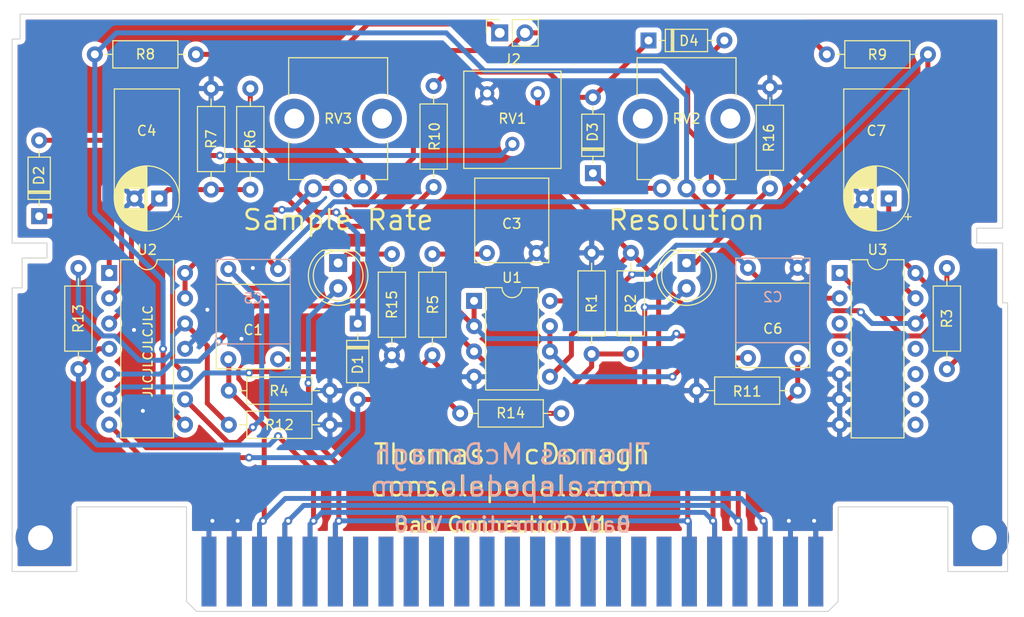
<source format=kicad_pcb>
(kicad_pcb (version 20171130) (host pcbnew "(5.1.7)-1")
  (layers (0 F.Cu signal) (31 B.Cu signal) (34 B.Paste user) (35 F.Paste user) (36 B.SilkS user) (37 F.SilkS user) (38 B.Mask user hide) (39 F.Mask user) (44 Edge.Cuts user))
  (net 0 "")
  (net 1 GND)
  (net 2 /LEDPower)
  (net 3 /Input)
  (net 4 +9V)
  (net 5 "Net-(D1-Pad1)")
  (net 6 "Net-(C4-Pad1)")
  (net 7 "Net-(D1-Pad2)")
  (net 8 "Net-(D3-Pad2)")
  (net 9 "Net-(D5-Pad1)")
  (net 10 "Net-(C1-Pad1)")
  (net 11 /pin2)
  (net 12 "Net-(C3-Pad2)")
  (net 13 /VREF)
  (net 14 "Net-(C5-Pad2)")
  (net 15 "Net-(C6-Pad2)")
  (net 16 /Output)
  (net 17 "Net-(D2-Pad1)")
  (net 18 "Net-(D3-Pad1)")
  (net 19 "Net-(D4-Pad2)")
  (net 20 "Net-(D6-Pad1)")
  (net 21 /M1)
  (net 22 /M2)
  (net 23 /pin1)
  (net 24 "Net-(R14-Pad1)")
  (net 25 /pin13)
  (net 26 "Net-(R12-Pad1)")
  (net 27 "Net-(RV1-Pad2)")
  (module Resistor_THT:R_Axial_DIN0207_L6.3mm_D2.5mm_P10.16mm_Horizontal (layer F.Cu) (at 120.65 104.267 90)
    (fp_text reference R15 (at 5.08 0 90) (layer F.SilkS))
    (fp_text value RLED)
    (pad 1 thru_hole circle (at 0 0 90) (size 1.6 1.6) (drill 0.8) (layers *.Cu *.Mask) (net 1 GND))
    (pad 2 thru_hole oval (at 10.16 0 90) (size 1.6 1.6) (drill 0.8) (layers *.Cu *.Mask) (net 9 "Net-(D5-Pad1)"))
  )
  (module LED_THT:LED_D5.0mm (layer F.Cu) (at 115.25 95 270)
    (fp_text reference D5 hide)
    (fp_text value LED)
    (pad 1 thru_hole rect (at 0 0 270) (size 1.8 1.8) (drill 0.9) (layers *.Cu *.Mask) (net 9 "Net-(D5-Pad1)"))
    (pad 2 thru_hole circle (at 2.54 0 270) (size 1.8 1.8) (drill 0.9) (layers *.Cu *.Mask) (net 2 /LEDPower))
  )
  (module LED_THT:LED_D5.0mm (layer F.Cu) (at 150.25 95 270)
    (fp_text reference D6 hide)
    (fp_text value LED)
    (pad 2 thru_hole circle (at 2.54 0 270) (size 1.8 1.8) (drill 0.9) (layers *.Cu *.Mask) (net 2 /LEDPower))
    (pad 1 thru_hole rect (at 0 0 270) (size 1.8 1.8) (drill 0.9) (layers *.Cu *.Mask) (net 20 "Net-(D6-Pad1)"))
  )
  (module MountingHole:MountingHole_2.5mm_Pad (layer F.Cu) (at 85.35 122.6)
    (fp_text reference H1 hide)
    (fp_text value MountingHole_Pad)
    (pad 1 thru_hole circle (at 0 0) (size 5 5) (drill 2.5) (layers *.Cu *.Mask) (net 1 GND))
  )
  (module MountingHole:MountingHole_2.5mm_Pad (layer F.Cu) (at 180.15 122.6)
    (fp_text reference H2 hide)
    (fp_text value MountingHole_Pad)
    (pad 1 thru_hole circle (at 0 0) (size 5 5) (drill 2.5) (layers *.Cu *.Mask) (net 1 GND))
  )
  (module libraries:N64-Connector-Wide (layer F.Cu) (at 132.75 126)
    (fp_text reference J1 hide)
    (fp_text value Conn_02x25_Counter_Clockwise)
    (pad 50 connect rect (at 30.48 0) (size 1.5 7) (layers B.Cu B.Mask) (net 1 GND))
    (pad 49 connect rect (at 27.94 0) (size 1.5 7) (layers B.Cu B.Mask) (net 1 GND))
    (pad 48 connect rect (at 25.4 0) (size 1.5 7) (layers B.Cu B.Mask) (net 3 /Input))
    (pad 47 connect rect (at 22.86 0) (size 1.5 7) (layers B.Cu B.Mask) (net 16 /Output))
    (pad 46 connect rect (at 20.32 0) (size 1.5 7) (layers B.Cu B.Mask) (net 4 +9V))
    (pad 45 connect rect (at 17.78 0) (size 1.5 7) (layers B.Cu B.Mask) (net 2 /LEDPower))
    (pad 44 connect rect (at 15.24 0) (size 1.5 7) (layers B.Cu B.Mask))
    (pad 43 connect rect (at 12.7 0) (size 1.5 7) (layers B.Cu B.Mask))
    (pad 42 connect rect (at 10.16 0) (size 1.5 7) (layers B.Cu B.Mask))
    (pad 41 connect rect (at 7.62 0) (size 1.5 7) (layers B.Cu B.Mask))
    (pad 40 connect rect (at 5.08 0) (size 1.5 7) (layers B.Cu B.Mask))
    (pad 39 connect rect (at 2.54 0) (size 1.5 7) (layers B.Cu B.Mask))
    (pad 38 connect rect (at 0 0) (size 1.5 7) (layers B.Cu B.Mask))
    (pad 37 connect rect (at -2.54 0) (size 1.5 7) (layers B.Cu B.Mask))
    (pad 36 connect rect (at -5.08 0) (size 1.5 7) (layers B.Cu B.Mask))
    (pad 35 connect rect (at -7.62 0) (size 1.5 7) (layers B.Cu B.Mask))
    (pad 34 connect rect (at -10.16 0) (size 1.5 7) (layers B.Cu B.Mask))
    (pad 33 connect rect (at -12.7 0) (size 1.5 7) (layers B.Cu B.Mask))
    (pad 32 connect rect (at -15.24 0) (size 1.5 7) (layers B.Cu B.Mask))
    (pad 31 connect rect (at -17.78 0) (size 1.5 7) (layers B.Cu B.Mask) (net 2 /LEDPower))
    (pad 30 connect rect (at -20.32 0) (size 1.5 7) (layers B.Cu B.Mask) (net 4 +9V))
    (pad 29 connect rect (at -22.86 0) (size 1.5 7) (layers B.Cu B.Mask) (net 16 /Output))
    (pad 28 connect rect (at -25.4 0) (size 1.5 7) (layers B.Cu B.Mask) (net 3 /Input))
    (pad 27 connect rect (at -27.94 0) (size 1.5 7) (layers B.Cu B.Mask) (net 1 GND))
    (pad 26 connect rect (at -30.48 0) (size 1.5 7) (layers B.Cu B.Mask) (net 1 GND))
    (pad 25 connect rect (at 30.48 0) (size 1.5 7) (layers F.Cu F.Mask) (net 1 GND))
    (pad 24 connect rect (at 27.94 0) (size 1.5 7) (layers F.Cu F.Mask) (net 1 GND))
    (pad 23 connect rect (at 25.4 0) (size 1.5 7) (layers F.Cu F.Mask) (net 3 /Input))
    (pad 22 connect rect (at 22.86 0) (size 1.5 7) (layers F.Cu F.Mask) (net 16 /Output))
    (pad 21 connect rect (at 20.32 0) (size 1.5 7) (layers F.Cu F.Mask) (net 4 +9V))
    (pad 20 connect rect (at 17.78 0) (size 1.5 7) (layers F.Cu F.Mask) (net 2 /LEDPower))
    (pad 19 connect rect (at 15.24 0) (size 1.5 7) (layers F.Cu F.Mask))
    (pad 18 connect rect (at 12.7 0) (size 1.5 7) (layers F.Cu F.Mask))
    (pad 17 connect rect (at 10.16 0) (size 1.5 7) (layers F.Cu F.Mask))
    (pad 16 connect rect (at 7.62 0) (size 1.5 7) (layers F.Cu F.Mask))
    (pad 15 connect rect (at 5.08 0) (size 1.5 7) (layers F.Cu F.Mask))
    (pad 14 connect rect (at 2.54 0) (size 1.5 7) (layers F.Cu F.Mask))
    (pad 13 connect rect (at 0 0) (size 1.5 7) (layers F.Cu F.Mask))
    (pad 12 connect rect (at -2.54 0) (size 1.5 7) (layers F.Cu F.Mask))
    (pad 11 connect rect (at -5.08 0) (size 1.5 7) (layers F.Cu F.Mask))
    (pad 10 connect rect (at -7.62 0) (size 1.5 7) (layers F.Cu F.Mask))
    (pad 9 connect rect (at -10.16 0) (size 1.5 7) (layers F.Cu F.Mask))
    (pad 8 connect rect (at -12.7 0) (size 1.5 7) (layers F.Cu F.Mask))
    (pad 7 connect rect (at -15.24 0) (size 1.5 7) (layers F.Cu F.Mask))
    (pad 6 connect rect (at -17.78 0) (size 1.5 7) (layers F.Cu F.Mask) (net 2 /LEDPower))
    (pad 5 connect rect (at -20.32 0) (size 1.5 7) (layers F.Cu F.Mask) (net 4 +9V))
    (pad 4 connect rect (at -22.86 0) (size 1.5 7) (layers F.Cu F.Mask) (net 16 /Output))
    (pad 3 connect rect (at -25.4 0) (size 1.5 7) (layers F.Cu F.Mask) (net 3 /Input))
    (pad 2 connect rect (at -27.94 0) (size 1.5 7) (layers F.Cu F.Mask) (net 1 GND))
    (pad 1 connect rect (at -30.48 0) (size 1.5 7) (layers F.Cu F.Mask) (net 1 GND))
  )
  (module Resistor_THT:R_Axial_DIN0207_L6.3mm_D2.5mm_P10.16mm_Horizontal (layer F.Cu) (at 158.623 87.503 90)
    (fp_text reference R16 (at 5.08 -0.100001 90) (layer F.SilkS))
    (fp_text value RLED)
    (pad 1 thru_hole circle (at 0 0 90) (size 1.6 1.6) (drill 0.8) (layers *.Cu *.Mask) (net 20 "Net-(D6-Pad1)"))
    (pad 2 thru_hole oval (at 10.16 0 90) (size 1.6 1.6) (drill 0.8) (layers *.Cu *.Mask) (net 1 GND))
  )
  (module libraries:C_Flat_L7.2_H6.5 (layer F.Cu) (at 109.22 104.267 180)
    (fp_text reference C1 (at 2.5 2.54) (layer F.SilkS))
    (fp_text value 100nF)
    (pad 1 thru_hole circle (at 0 -0.4 180) (size 1.6 1.6) (drill 0.8) (layers *.Cu *.Mask) (net 10 "Net-(C1-Pad1)"))
    (pad 2 thru_hole circle (at 5 -0.4 180) (size 1.6 1.6) (drill 0.8) (layers *.Cu *.Mask) (net 3 /Input))
  )
  (module libraries:C_Flat_L7.2_H6.5 (layer B.Cu) (at 161.417 95.885 180)
    (fp_text reference C2 (at 2.5 -2.54) (layer B.SilkS) (effects (justify mirror)))
    (fp_text value 47nF)
    (pad 1 thru_hole circle (at 0 0.4 180) (size 1.6 1.6) (drill 0.8) (layers *.Cu *.Mask) (net 1 GND))
    (pad 2 thru_hole circle (at 5 0.4 180) (size 1.6 1.6) (drill 0.8) (layers *.Cu *.Mask) (net 11 /pin2))
  )
  (module libraries:C_Flat_L7.2_H6.5 (layer F.Cu) (at 135.1915 93.599 180)
    (fp_text reference C3 (at 2.5 2.54) (layer F.SilkS))
    (fp_text value 100nF)
    (pad 2 thru_hole circle (at 5 -0.4 180) (size 1.6 1.6) (drill 0.8) (layers *.Cu *.Mask) (net 12 "Net-(C3-Pad2)"))
    (pad 1 thru_hole circle (at 0 -0.4 180) (size 1.6 1.6) (drill 0.8) (layers *.Cu *.Mask) (net 1 GND))
  )
  (module libraries:CP_Radial_D6.3mm_P2.50mm_L11.0mm (layer F.Cu) (at 97.282 88.519 180)
    (fp_text reference C4 (at 1.27 6.8) (layer F.SilkS))
    (fp_text value 10uF)
    (pad 1 thru_hole rect (at 0 0 180) (size 1.6 1.6) (drill 0.8) (layers *.Cu *.Mask) (net 6 "Net-(C4-Pad1)"))
    (pad 2 thru_hole circle (at 2.5 0 180) (size 1.6 1.6) (drill 0.8) (layers *.Cu *.Mask) (net 1 GND))
  )
  (module libraries:C_Flat_L7.2_H6.5 (layer B.Cu) (at 109.22 96.012 180)
    (fp_text reference C5 (at 2.5 -2.54) (layer B.SilkS) (effects (justify mirror)))
    (fp_text value 22nF)
    (pad 1 thru_hole circle (at 0 0.4 180) (size 1.6 1.6) (drill 0.8) (layers *.Cu *.Mask) (net 13 /VREF))
    (pad 2 thru_hole circle (at 5 0.4 180) (size 1.6 1.6) (drill 0.8) (layers *.Cu *.Mask) (net 14 "Net-(C5-Pad2)"))
  )
  (module libraries:C_Flat_L7.2_H6.5 (layer F.Cu) (at 161.417 104.14 180)
    (fp_text reference C6 (at 2.5 2.54) (layer F.SilkS))
    (fp_text value 100nF)
    (pad 2 thru_hole circle (at 5 -0.4 180) (size 1.6 1.6) (drill 0.8) (layers *.Cu *.Mask) (net 15 "Net-(C6-Pad2)"))
    (pad 1 thru_hole circle (at 0 -0.4 180) (size 1.6 1.6) (drill 0.8) (layers *.Cu *.Mask) (net 16 /Output))
  )
  (module libraries:CP_Radial_D6.3mm_P2.50mm_L11.0mm (layer F.Cu) (at 170.561 88.519 180)
    (fp_text reference C7 (at 1.25 6.8) (layer F.SilkS))
    (fp_text value 100uF)
    (pad 2 thru_hole circle (at 2.5 0 180) (size 1.6 1.6) (drill 0.8) (layers *.Cu *.Mask) (net 1 GND))
    (pad 1 thru_hole rect (at 0 0 180) (size 1.6 1.6) (drill 0.8) (layers *.Cu *.Mask) (net 4 +9V))
  )
  (module Diode_THT:D_DO-35_SOD27_P7.62mm_Horizontal (layer F.Cu) (at 117.221 101.092 270)
    (fp_text reference D1 (at 4.114999 0.009999 90) (layer F.SilkS))
    (fp_text value 1N4148)
    (pad 2 thru_hole oval (at 7.62 0 270) (size 1.6 1.6) (drill 0.8) (layers *.Cu *.Mask) (net 7 "Net-(D1-Pad2)"))
    (pad 1 thru_hole rect (at 0 0 270) (size 1.6 1.6) (drill 0.8) (layers *.Cu *.Mask) (net 5 "Net-(D1-Pad1)"))
  )
  (module Diode_THT:D_DO-35_SOD27_P7.62mm_Horizontal (layer F.Cu) (at 85.217 90.297 90)
    (fp_text reference D2 (at 4.079999 -0.025001 90) (layer F.SilkS))
    (fp_text value 1N4148)
    (pad 1 thru_hole rect (at 0 0 90) (size 1.6 1.6) (drill 0.8) (layers *.Cu *.Mask) (net 17 "Net-(D2-Pad1)"))
    (pad 2 thru_hole oval (at 7.62 0 90) (size 1.6 1.6) (drill 0.8) (layers *.Cu *.Mask) (net 14 "Net-(C5-Pad2)"))
  )
  (module Diode_THT:D_DO-35_SOD27_P7.62mm_Horizontal (layer F.Cu) (at 140.843 85.979 90)
    (fp_text reference D3 (at 4.126999 -0.031001 90) (layer F.SilkS))
    (fp_text value 1N4148)
    (pad 2 thru_hole oval (at 7.62 0 90) (size 1.6 1.6) (drill 0.8) (layers *.Cu *.Mask) (net 8 "Net-(D3-Pad2)"))
    (pad 1 thru_hole rect (at 0 0 90) (size 1.6 1.6) (drill 0.8) (layers *.Cu *.Mask) (net 18 "Net-(D3-Pad1)"))
  )
  (module Diode_THT:D_DO-35_SOD27_P7.62mm_Horizontal (layer F.Cu) (at 146.431 72.644)
    (fp_text reference D4 (at 4.054999 0.037999) (layer F.SilkS))
    (fp_text value 1N4148)
    (pad 1 thru_hole rect (at 0 0) (size 1.6 1.6) (drill 0.8) (layers *.Cu *.Mask) (net 8 "Net-(D3-Pad2)"))
    (pad 2 thru_hole oval (at 7.62 0) (size 1.6 1.6) (drill 0.8) (layers *.Cu *.Mask) (net 19 "Net-(D4-Pad2)"))
  )
  (module Connector_PinSocket_2.54mm:PinSocket_1x02_P2.54mm_Vertical (layer F.Cu) (at 131.48 71.882 90)
    (fp_text reference J2 (at -2.667 1.27 180) (layer F.SilkS))
    (fp_text value "Test Points")
    (pad 1 thru_hole rect (at 0 0 90) (size 1.7 1.7) (drill 1) (layers *.Cu *.Mask) (net 21 /M1))
    (pad 2 thru_hole oval (at 0 2.54 90) (size 1.7 1.7) (drill 1) (layers *.Cu *.Mask) (net 22 /M2))
  )
  (module Resistor_THT:R_Axial_DIN0207_L6.3mm_D2.5mm_P10.16mm_Horizontal (layer F.Cu) (at 140.716 104.14 90)
    (fp_text reference R1 (at 5.08 -0.000001 90) (layer F.SilkS))
    (fp_text value 2.2M)
    (pad 1 thru_hole circle (at 0 0 90) (size 1.6 1.6) (drill 0.8) (layers *.Cu *.Mask) (net 10 "Net-(C1-Pad1)"))
    (pad 2 thru_hole oval (at 10.16 0 90) (size 1.6 1.6) (drill 0.8) (layers *.Cu *.Mask) (net 1 GND))
  )
  (module Resistor_THT:R_Axial_DIN0207_L6.3mm_D2.5mm_P10.16mm_Horizontal (layer F.Cu) (at 144.653 93.98 270)
    (fp_text reference R2 (at 5.092999 0.013999 90) (layer F.SilkS))
    (fp_text value 2.2M)
    (pad 2 thru_hole oval (at 10.16 0 270) (size 1.6 1.6) (drill 0.8) (layers *.Cu *.Mask) (net 10 "Net-(C1-Pad1)"))
    (pad 1 thru_hole circle (at 0 0 270) (size 1.6 1.6) (drill 0.8) (layers *.Cu *.Mask) (net 4 +9V))
  )
  (module Resistor_THT:R_Axial_DIN0207_L6.3mm_D2.5mm_P10.16mm_Horizontal (layer F.Cu) (at 176.403 95.504 270)
    (fp_text reference R3 (at 5.08 -0.001001 90) (layer F.SilkS))
    (fp_text value 1M)
    (pad 2 thru_hole oval (at 10.16 0 270) (size 1.6 1.6) (drill 0.8) (layers *.Cu *.Mask) (net 13 /VREF))
    (pad 1 thru_hole circle (at 0 0 270) (size 1.6 1.6) (drill 0.8) (layers *.Cu *.Mask) (net 23 /pin1))
  )
  (module Resistor_THT:R_Axial_DIN0207_L6.3mm_D2.5mm_P10.16mm_Horizontal (layer F.Cu) (at 104.267 107.823)
    (fp_text reference R4 (at 5.045999 0.027999) (layer F.SilkS))
    (fp_text value 1M)
    (pad 2 thru_hole oval (at 10.16 0) (size 1.6 1.6) (drill 0.8) (layers *.Cu *.Mask) (net 1 GND))
    (pad 1 thru_hole circle (at 0 0) (size 1.6 1.6) (drill 0.8) (layers *.Cu *.Mask) (net 3 /Input))
  )
  (module Resistor_THT:R_Axial_DIN0207_L6.3mm_D2.5mm_P10.16mm_Horizontal (layer F.Cu) (at 124.714 104.267 90)
    (fp_text reference R5 (at 5.08 0.060999 90) (layer F.SilkS))
    (fp_text value 1K)
    (pad 1 thru_hole circle (at 0 0 90) (size 1.6 1.6) (drill 0.8) (layers *.Cu *.Mask) (net 24 "Net-(R14-Pad1)"))
    (pad 2 thru_hole oval (at 10.16 0 90) (size 1.6 1.6) (drill 0.8) (layers *.Cu *.Mask) (net 12 "Net-(C3-Pad2)"))
  )
  (module Resistor_THT:R_Axial_DIN0207_L6.3mm_D2.5mm_P10.16mm_Horizontal (layer F.Cu) (at 106.426 77.47 270)
    (fp_text reference R6 (at 5.08 0.012999 90) (layer F.SilkS))
    (fp_text value 100R)
    (pad 1 thru_hole circle (at 0 0 270) (size 1.6 1.6) (drill 0.8) (layers *.Cu *.Mask) (net 5 "Net-(D1-Pad1)"))
    (pad 2 thru_hole oval (at 10.16 0 270) (size 1.6 1.6) (drill 0.8) (layers *.Cu *.Mask) (net 6 "Net-(C4-Pad1)"))
  )
  (module Resistor_THT:R_Axial_DIN0207_L6.3mm_D2.5mm_P10.16mm_Horizontal (layer F.Cu) (at 102.489 87.63 90)
    (fp_text reference R7 (at 5.08 0.013999 90) (layer F.SilkS))
    (fp_text value 2.2K)
    (pad 1 thru_hole circle (at 0 0 90) (size 1.6 1.6) (drill 0.8) (layers *.Cu *.Mask) (net 6 "Net-(C4-Pad1)"))
    (pad 2 thru_hole oval (at 10.16 0 90) (size 1.6 1.6) (drill 0.8) (layers *.Cu *.Mask) (net 1 GND))
  )
  (module Resistor_THT:R_Axial_DIN0207_L6.3mm_D2.5mm_P10.16mm_Horizontal (layer F.Cu) (at 90.805 74.041)
    (fp_text reference R8 (at 5.08 -0.000001) (layer F.SilkS))
    (fp_text value 15K)
    (pad 1 thru_hole circle (at 0 0) (size 1.6 1.6) (drill 0.8) (layers *.Cu *.Mask) (net 25 /pin13))
    (pad 2 thru_hole oval (at 10.16 0) (size 1.6 1.6) (drill 0.8) (layers *.Cu *.Mask) (net 21 /M1))
  )
  (module Resistor_THT:R_Axial_DIN0207_L6.3mm_D2.5mm_P10.16mm_Horizontal (layer F.Cu) (at 164.338 74.041)
    (fp_text reference R9 (at 5.08 0.027999) (layer F.SilkS))
    (fp_text value 33K)
    (pad 2 thru_hole oval (at 10.16 0) (size 1.6 1.6) (drill 0.8) (layers *.Cu *.Mask) (net 13 /VREF))
    (pad 1 thru_hole circle (at 0 0) (size 1.6 1.6) (drill 0.8) (layers *.Cu *.Mask) (net 22 /M2))
  )
  (module Resistor_THT:R_Axial_DIN0207_L6.3mm_D2.5mm_P10.16mm_Horizontal (layer F.Cu) (at 124.841 77.216 270)
    (fp_text reference R10 (at 5.08 -0.100001 90) (layer F.SilkS))
    (fp_text value 4.7K)
    (pad 2 thru_hole oval (at 10.16 0 270) (size 1.6 1.6) (drill 0.8) (layers *.Cu *.Mask) (net 14 "Net-(C5-Pad2)"))
    (pad 1 thru_hole circle (at 0 0 270) (size 1.6 1.6) (drill 0.8) (layers *.Cu *.Mask) (net 8 "Net-(D3-Pad2)"))
  )
  (module Resistor_THT:R_Axial_DIN0207_L6.3mm_D2.5mm_P10.16mm_Horizontal (layer F.Cu) (at 161.417 107.823 180)
    (fp_text reference R11 (at 5.08 -0.085001) (layer F.SilkS))
    (fp_text value 100K)
    (pad 1 thru_hole circle (at 0 0 180) (size 1.6 1.6) (drill 0.8) (layers *.Cu *.Mask) (net 16 /Output))
    (pad 2 thru_hole oval (at 10.16 0 180) (size 1.6 1.6) (drill 0.8) (layers *.Cu *.Mask) (net 1 GND))
  )
  (module Resistor_THT:R_Axial_DIN0207_L6.3mm_D2.5mm_P10.16mm_Horizontal (layer F.Cu) (at 104.267 111.252)
    (fp_text reference R12 (at 5.08 0.013999) (layer F.SilkS))
    (fp_text value 470K)
    (pad 1 thru_hole circle (at 0 0) (size 1.6 1.6) (drill 0.8) (layers *.Cu *.Mask) (net 26 "Net-(R12-Pad1)"))
    (pad 2 thru_hole oval (at 10.16 0) (size 1.6 1.6) (drill 0.8) (layers *.Cu *.Mask) (net 1 GND))
  )
  (module Resistor_THT:R_Axial_DIN0207_L6.3mm_D2.5mm_P10.16mm_Horizontal (layer F.Cu) (at 89.154 105.664 90)
    (fp_text reference R13 (at 5.08 -0.001001 90) (layer F.SilkS))
    (fp_text value 470K)
    (pad 2 thru_hole oval (at 10.16 0 90) (size 1.6 1.6) (drill 0.8) (layers *.Cu *.Mask) (net 26 "Net-(R12-Pad1)"))
    (pad 1 thru_hole circle (at 0 0 90) (size 1.6 1.6) (drill 0.8) (layers *.Cu *.Mask) (net 4 +9V))
  )
  (module Resistor_THT:R_Axial_DIN0207_L6.3mm_D2.5mm_P10.16mm_Horizontal (layer F.Cu) (at 137.668 110.109 180)
    (fp_text reference R14 (at 5.08 0.027999) (layer F.SilkS))
    (fp_text value 470K)
    (pad 2 thru_hole oval (at 10.16 0 180) (size 1.6 1.6) (drill 0.8) (layers *.Cu *.Mask) (net 7 "Net-(D1-Pad2)"))
    (pad 1 thru_hole circle (at 0 0 180) (size 1.6 1.6) (drill 0.8) (layers *.Cu *.Mask) (net 24 "Net-(R14-Pad1)"))
  )
  (module Potentiometer_THT:Potentiometer_Bourns_3386F_Vertical (layer F.Cu) (at 130.215 77.96 270)
    (fp_text reference RV1 (at 2.54 -2.54 180) (layer F.SilkS))
    (fp_text value Trim)
    (pad 3 thru_hole circle (at 0 -5.08 270) (size 1.44 1.44) (drill 0.8) (layers *.Cu *.Mask) (net 4 +9V))
    (pad 2 thru_hole circle (at 5.08 -2.54 270) (size 1.44 1.44) (drill 0.8) (layers *.Cu *.Mask) (net 27 "Net-(RV1-Pad2)"))
    (pad 1 thru_hole circle (at 0 0 270) (size 1.44 1.44) (drill 0.8) (layers *.Cu *.Mask) (net 1 GND))
  )
  (module Potentiometer_THT:Potentiometer_Bourns_PTV09A-1_Single_Vertical (layer F.Cu) (at 152.75 87.5 90)
    (fp_text reference RV2 (at 7 -2.5 180) (layer F.SilkS))
    (fp_text value "50KB Res")
    (pad "" np_thru_hole circle (at 7 1.9 90) (size 4 4) (drill 2) (layers *.Cu *.Mask))
    (pad "" np_thru_hole circle (at 7 -6.9 90) (size 4 4) (drill 2) (layers *.Cu *.Mask))
    (pad 1 thru_hole circle (at 0 0 90) (size 1.8 1.8) (drill 1) (layers *.Cu *.Mask) (net 19 "Net-(D4-Pad2)"))
    (pad 2 thru_hole circle (at 0 -2.5 90) (size 1.8 1.8) (drill 1) (layers *.Cu *.Mask) (net 25 /pin13))
    (pad 3 thru_hole circle (at 0 -5 90) (size 1.8 1.8) (drill 1) (layers *.Cu *.Mask) (net 18 "Net-(D3-Pad1)"))
  )
  (module Potentiometer_THT:Potentiometer_Bourns_PTV09A-1_Single_Vertical (layer F.Cu) (at 117.75 87.5 90)
    (fp_text reference RV3 (at 7 -2.5 180) (layer F.SilkS))
    (fp_text value "1MB Sample Rate")
    (pad 3 thru_hole circle (at 0 -5 90) (size 1.8 1.8) (drill 1) (layers *.Cu *.Mask) (net 22 /M2))
    (pad 2 thru_hole circle (at 0 -2.5 90) (size 1.8 1.8) (drill 1) (layers *.Cu *.Mask) (net 22 /M2))
    (pad 1 thru_hole circle (at 0 0 90) (size 1.8 1.8) (drill 1) (layers *.Cu *.Mask) (net 21 /M1))
    (pad "" np_thru_hole circle (at 7 -6.9 90) (size 4 4) (drill 2) (layers *.Cu *.Mask))
    (pad "" np_thru_hole circle (at 7 1.9 90) (size 4 4) (drill 2) (layers *.Cu *.Mask))
  )
  (module Package_DIP:DIP-8_W7.62mm (layer F.Cu) (at 128.905 98.806)
    (fp_text reference U1 (at 3.81 -2.33) (layer F.SilkS))
    (fp_text value TL072)
    (pad 1 thru_hole rect (at 0 0) (size 1.6 1.6) (drill 0.8) (layers *.Cu *.Mask) (net 23 /pin1))
    (pad 5 thru_hole oval (at 7.62 7.62) (size 1.6 1.6) (drill 0.8) (layers *.Cu *.Mask) (net 11 /pin2))
    (pad 2 thru_hole oval (at 0 2.54) (size 1.6 1.6) (drill 0.8) (layers *.Cu *.Mask) (net 23 /pin1))
    (pad 6 thru_hole oval (at 7.62 5.08) (size 1.6 1.6) (drill 0.8) (layers *.Cu *.Mask) (net 15 "Net-(C6-Pad2)"))
    (pad 3 thru_hole oval (at 0 5.08) (size 1.6 1.6) (drill 0.8) (layers *.Cu *.Mask) (net 10 "Net-(C1-Pad1)"))
    (pad 7 thru_hole oval (at 7.62 2.54) (size 1.6 1.6) (drill 0.8) (layers *.Cu *.Mask) (net 15 "Net-(C6-Pad2)"))
    (pad 4 thru_hole oval (at 0 7.62) (size 1.6 1.6) (drill 0.8) (layers *.Cu *.Mask) (net 1 GND))
    (pad 8 thru_hole oval (at 7.62 0) (size 1.6 1.6) (drill 0.8) (layers *.Cu *.Mask) (net 4 +9V))
  )
  (module Package_DIP:DIP-14_W7.62mm (layer F.Cu) (at 92.25 96)
    (fp_text reference U2 (at 3.81 -2.33) (layer F.SilkS))
    (fp_text value TL074)
    (pad 1 thru_hole rect (at 0 0) (size 1.6 1.6) (drill 0.8) (layers *.Cu *.Mask) (net 17 "Net-(D2-Pad1)"))
    (pad 8 thru_hole oval (at 7.62 15.24) (size 1.6 1.6) (drill 0.8) (layers *.Cu *.Mask) (net 25 /pin13))
    (pad 2 thru_hole oval (at 0 2.54) (size 1.6 1.6) (drill 0.8) (layers *.Cu *.Mask) (net 27 "Net-(RV1-Pad2)"))
    (pad 9 thru_hole oval (at 7.62 12.7) (size 1.6 1.6) (drill 0.8) (layers *.Cu *.Mask) (net 14 "Net-(C5-Pad2)"))
    (pad 3 thru_hole oval (at 0 5.08) (size 1.6 1.6) (drill 0.8) (layers *.Cu *.Mask) (net 6 "Net-(C4-Pad1)"))
    (pad 10 thru_hole oval (at 7.62 10.16) (size 1.6 1.6) (drill 0.8) (layers *.Cu *.Mask) (net 22 /M2))
    (pad 4 thru_hole oval (at 0 7.62) (size 1.6 1.6) (drill 0.8) (layers *.Cu *.Mask) (net 4 +9V))
    (pad 11 thru_hole oval (at 7.62 7.62) (size 1.6 1.6) (drill 0.8) (layers *.Cu *.Mask) (net 1 GND))
    (pad 5 thru_hole oval (at 0 10.16) (size 1.6 1.6) (drill 0.8) (layers *.Cu *.Mask) (net 23 /pin1))
    (pad 12 thru_hole oval (at 7.62 5.08) (size 1.6 1.6) (drill 0.8) (layers *.Cu *.Mask) (net 26 "Net-(R12-Pad1)"))
    (pad 6 thru_hole oval (at 0 12.7) (size 1.6 1.6) (drill 0.8) (layers *.Cu *.Mask) (net 24 "Net-(R14-Pad1)"))
    (pad 13 thru_hole oval (at 7.62 2.54) (size 1.6 1.6) (drill 0.8) (layers *.Cu *.Mask) (net 13 /VREF))
    (pad 7 thru_hole oval (at 0 15.24) (size 1.6 1.6) (drill 0.8) (layers *.Cu *.Mask) (net 7 "Net-(D1-Pad2)"))
    (pad 14 thru_hole oval (at 7.62 0) (size 1.6 1.6) (drill 0.8) (layers *.Cu *.Mask) (net 13 /VREF))
  )
  (module Package_DIP:DIP-14_W7.62mm (layer F.Cu) (at 165.63 96)
    (fp_text reference U3 (at 3.81 -2.33) (layer F.SilkS))
    (fp_text value CD4066BE)
    (pad 14 thru_hole oval (at 7.62 0) (size 1.6 1.6) (drill 0.8) (layers *.Cu *.Mask) (net 4 +9V))
    (pad 7 thru_hole oval (at 0 15.24) (size 1.6 1.6) (drill 0.8) (layers *.Cu *.Mask) (net 1 GND))
    (pad 13 thru_hole oval (at 7.62 2.54) (size 1.6 1.6) (drill 0.8) (layers *.Cu *.Mask) (net 25 /pin13))
    (pad 6 thru_hole oval (at 0 12.7) (size 1.6 1.6) (drill 0.8) (layers *.Cu *.Mask) (net 1 GND))
    (pad 12 thru_hole oval (at 7.62 5.08) (size 1.6 1.6) (drill 0.8) (layers *.Cu *.Mask) (net 4 +9V))
    (pad 5 thru_hole oval (at 0 10.16) (size 1.6 1.6) (drill 0.8) (layers *.Cu *.Mask) (net 1 GND))
    (pad 11 thru_hole oval (at 7.62 7.62) (size 1.6 1.6) (drill 0.8) (layers *.Cu *.Mask))
    (pad 4 thru_hole oval (at 0 7.62) (size 1.6 1.6) (drill 0.8) (layers *.Cu *.Mask))
    (pad 10 thru_hole oval (at 7.62 10.16) (size 1.6 1.6) (drill 0.8) (layers *.Cu *.Mask))
    (pad 3 thru_hole oval (at 0 5.08) (size 1.6 1.6) (drill 0.8) (layers *.Cu *.Mask))
    (pad 9 thru_hole oval (at 7.62 12.7) (size 1.6 1.6) (drill 0.8) (layers *.Cu *.Mask))
    (pad 2 thru_hole oval (at 0 2.54) (size 1.6 1.6) (drill 0.8) (layers *.Cu *.Mask) (net 11 /pin2))
    (pad 8 thru_hole oval (at 7.62 15.24) (size 1.6 1.6) (drill 0.8) (layers *.Cu *.Mask))
    (pad 1 thru_hole rect (at 0 0) (size 1.6 1.6) (drill 0.8) (layers *.Cu *.Mask) (net 23 /pin1))
  )
  (gr_text Resolution (at 150.25 90.678) (layer F.SilkS) (effects (font (size 2 2) (thickness 0.25))))
  (gr_text "Sample Rate" (at 115.25 90.678) (layer F.SilkS) (effects (font (size 2 2) (thickness 0.25))))
  (gr_text JLCJLCJLCJLC (at 96.139 103.886 90) (layer F.SilkS) (effects (font (size 0.9 0.9))))
  (gr_line (start 182 70) (end 83.3 70) (layer Edge.Cuts) (width 0.1))
  (gr_line (start 182 70) (end 182 91.5) (layer Edge.Cuts) (width 0.1))
  (gr_line (start 182 91.5) (end 179.4 91.5) (layer Edge.Cuts) (width 0.1))
  (gr_line (start 179.4 93) (end 179.4 91.5) (layer Edge.Cuts) (width 0.1))
  (gr_line (start 182 93) (end 179.4 93) (layer Edge.Cuts) (width 0.1))
  (gr_line (start 83.3 72.5) (end 83.3 70) (layer Edge.Cuts) (width 0.1))
  (gr_line (start 82.5 72.5) (end 83.3 72.5) (layer Edge.Cuts) (width 0.1))
  (gr_line (start 82.5 93) (end 82.5 72.5) (layer Edge.Cuts) (width 0.1))
  (gr_line (start 86 93) (end 82.5 93) (layer Edge.Cuts) (width 0.1))
  (gr_text "Bad Connection V1.0" (at 132.75 121.285) (layer B.SilkS) (effects (font (size 1.5 1.5) (thickness 0.25)) (justify mirror)))
  (gr_text "Bad Connection V1.0" (at 132.75 121.285) (layer F.SilkS) (effects (font (size 1.5 1.5) (thickness 0.25))))
  (gr_text "Thomas McDonagh\nconsolepedals.com" (at 132.715 115.824) (layer B.SilkS) (effects (font (size 2 2) (thickness 0.25)) (justify mirror)))
  (gr_text "Thomas McDonagh\nconsolepedals.com" (at 132.715 115.824) (layer F.SilkS) (effects (font (size 2 2) (thickness 0.25))))
  (gr_line (start 182 93) (end 182 99) (layer Edge.Cuts) (width 0.1))
  (gr_line (start 182.5 99) (end 182 99) (layer Edge.Cuts) (width 0.1))
  (gr_line (start 182.5 126) (end 182.5 99) (layer Edge.Cuts) (width 0.1))
  (gr_line (start 182.5 126) (end 176.5 126) (layer Edge.Cuts) (width 0.1))
  (gr_line (start 176.5 119.5) (end 176.5 126) (layer Edge.Cuts) (width 0.1))
  (gr_line (start 176.5 119.5) (end 165.48 119.5) (layer Edge.Cuts) (width 0.1))
  (gr_line (start 165.48 129) (end 165.48 119.5) (layer Edge.Cuts) (width 0.1))
  (gr_line (start 165.48 129) (end 164.48 130) (layer Edge.Cuts) (width 0.1))
  (gr_line (start 86 94.5) (end 86 93) (layer Edge.Cuts) (width 0.1))
  (gr_line (start 83.5 94.5) (end 86 94.5) (layer Edge.Cuts) (width 0.1))
  (gr_line (start 83.5 97.5) (end 83.5 94.5) (layer Edge.Cuts) (width 0.1))
  (gr_line (start 82.5 97.5) (end 83.5 97.5) (layer Edge.Cuts) (width 0.1))
  (gr_line (start 82.5 126) (end 82.5 97.5) (layer Edge.Cuts) (width 0.1))
  (gr_line (start 89 126) (end 82.5 126) (layer Edge.Cuts) (width 0.1))
  (gr_line (start 89 119.5) (end 89 126) (layer Edge.Cuts) (width 0.1))
  (gr_line (start 100.02 119.5) (end 89 119.5) (layer Edge.Cuts) (width 0.1))
  (gr_line (start 100.02 129) (end 100.02 119.5) (layer Edge.Cuts) (width 0.1))
  (gr_line (start 100.02 129) (end 101.02 130) (layer Edge.Cuts) (width 0.1))
  (gr_line (start 164.48 130) (end 101.02 130) (layer Edge.Cuts) (width 0.1))
  (via (at 102.616 120.904) (size 0.8) (drill 0.4) (layers F.Cu B.Cu) (net 1))
  (segment (start 102.27 121.25) (end 102.616 120.904) (width 0.5) (layer B.Cu) (net 1))
  (segment (start 102.27 126) (end 102.27 121.25) (width 0.5) (layer B.Cu) (net 1))
  (via (at 105.156 120.904) (size 0.8) (drill 0.4) (layers F.Cu B.Cu) (net 1))
  (segment (start 104.81 121.25) (end 105.156 120.904) (width 0.5) (layer B.Cu) (net 1))
  (segment (start 104.81 126) (end 104.81 121.25) (width 0.5) (layer B.Cu) (net 1))
  (via (at 160.528 120.904) (size 0.8) (drill 0.4) (layers F.Cu B.Cu) (net 1))
  (segment (start 160.69 121.066) (end 160.528 120.904) (width 0.5) (layer B.Cu) (net 1))
  (segment (start 160.69 126) (end 160.69 121.066) (width 0.5) (layer B.Cu) (net 1))
  (via (at 163.068 120.904) (size 0.8) (drill 0.4) (layers F.Cu B.Cu) (net 1))
  (segment (start 163.23 121.066) (end 163.068 120.904) (width 0.5) (layer B.Cu) (net 1))
  (segment (start 163.23 126) (end 163.23 121.066) (width 0.5) (layer B.Cu) (net 1))
  (segment (start 102.27 121.25) (end 102.616 120.904) (width 0.5) (layer F.Cu) (net 1))
  (segment (start 102.27 126) (end 102.27 121.25) (width 0.5) (layer F.Cu) (net 1))
  (segment (start 104.81 121.25) (end 105.156 120.904) (width 0.5) (layer F.Cu) (net 1))
  (segment (start 104.81 126) (end 104.81 121.25) (width 0.5) (layer F.Cu) (net 1))
  (segment (start 160.69 121.066) (end 160.528 120.904) (width 0.5) (layer F.Cu) (net 1))
  (segment (start 160.69 126) (end 160.69 121.066) (width 0.5) (layer F.Cu) (net 1))
  (segment (start 163.23 121.066) (end 163.068 120.904) (width 0.5) (layer F.Cu) (net 1))
  (segment (start 163.23 126) (end 163.23 121.066) (width 0.5) (layer F.Cu) (net 1))
  (via (at 102.108 99.695) (size 0.8) (drill 0.4) (layers F.Cu B.Cu) (net 1))
  (via (at 105.537 102.616) (size 0.8) (drill 0.4) (layers F.Cu B.Cu) (net 1))
  (via (at 94.742 101.727) (size 0.8) (drill 0.4) (layers F.Cu B.Cu) (net 1))
  (via (at 95.631 109.855) (size 0.8) (drill 0.4) (layers F.Cu B.Cu) (net 1))
  (via (at 106.68 95.504) (size 0.8) (drill 0.4) (layers F.Cu B.Cu) (net 1))
  (segment (start 102.108 101.382) (end 102.108 99.695) (width 0.5) (layer B.Cu) (net 1))
  (segment (start 99.87 103.62) (end 102.108 101.382) (width 0.5) (layer B.Cu) (net 1))
  (via (at 115.316 120.904) (size 0.8) (drill 0.4) (layers F.Cu B.Cu) (net 2))
  (segment (start 114.97 121.25) (end 115.316 120.904) (width 0.5) (layer B.Cu) (net 2))
  (segment (start 114.97 126) (end 114.97 121.25) (width 0.5) (layer B.Cu) (net 2))
  (segment (start 150.53 121.066) (end 150.368 120.904) (width 0.5) (layer F.Cu) (net 2))
  (via (at 150.368 120.904) (size 0.8) (drill 0.4) (layers F.Cu B.Cu) (net 2))
  (segment (start 150.53 126) (end 150.53 121.066) (width 0.5) (layer F.Cu) (net 2))
  (segment (start 114.97 121.25) (end 115.316 120.904) (width 0.5) (layer F.Cu) (net 2))
  (segment (start 114.97 126) (end 114.97 121.25) (width 0.5) (layer F.Cu) (net 2))
  (segment (start 150.53 121.066) (end 150.368 120.904) (width 0.5) (layer B.Cu) (net 2))
  (segment (start 150.53 126) (end 150.53 121.066) (width 0.5) (layer B.Cu) (net 2))
  (segment (start 115.316 120.904) (end 150.368 120.904) (width 0.5) (layer B.Cu) (net 2))
  (segment (start 115.316 120.904) (end 115.316 115.316) (width 0.5) (layer F.Cu) (net 2))
  (via (at 112.268 107.061) (size 0.8) (drill 0.4) (layers F.Cu B.Cu) (net 2))
  (segment (start 112.268 112.268) (end 112.268 107.061) (width 0.5) (layer F.Cu) (net 2))
  (segment (start 115.316 115.316) (end 112.268 112.268) (width 0.5) (layer F.Cu) (net 2))
  (segment (start 112.268 100.522) (end 115.25 97.54) (width 0.5) (layer B.Cu) (net 2))
  (segment (start 112.268 107.061) (end 112.268 100.522) (width 0.5) (layer B.Cu) (net 2))
  (segment (start 150.368 120.904) (end 150.368 115.316) (width 0.5) (layer F.Cu) (net 2))
  (via (at 146.05 99.441) (size 0.8) (drill 0.4) (layers F.Cu B.Cu) (net 2))
  (segment (start 146.05 110.998) (end 146.05 99.441) (width 0.5) (layer F.Cu) (net 2))
  (segment (start 150.368 115.316) (end 146.05 110.998) (width 0.5) (layer F.Cu) (net 2))
  (segment (start 148.349 99.441) (end 150.25 97.54) (width 0.5) (layer B.Cu) (net 2))
  (segment (start 146.05 99.441) (end 148.349 99.441) (width 0.5) (layer B.Cu) (net 2))
  (via (at 107.696 120.904) (size 0.8) (drill 0.4) (layers F.Cu B.Cu) (net 3))
  (segment (start 107.35 121.25) (end 107.696 120.904) (width 0.5) (layer B.Cu) (net 3))
  (segment (start 107.35 126) (end 107.35 121.25) (width 0.5) (layer B.Cu) (net 3))
  (segment (start 107.35 121.25) (end 107.696 120.904) (width 0.5) (layer F.Cu) (net 3))
  (segment (start 107.35 126) (end 107.35 121.25) (width 0.5) (layer F.Cu) (net 3))
  (via (at 157.988 120.904) (size 0.8) (drill 0.4) (layers F.Cu B.Cu) (net 3))
  (segment (start 158.15 121.066) (end 157.988 120.904) (width 0.5) (layer B.Cu) (net 3))
  (segment (start 158.15 126) (end 158.15 121.066) (width 0.5) (layer B.Cu) (net 3))
  (segment (start 158.15 121.066) (end 157.988 120.904) (width 0.5) (layer F.Cu) (net 3))
  (segment (start 158.15 126) (end 158.15 121.066) (width 0.5) (layer F.Cu) (net 3))
  (segment (start 155.737979 118.653979) (end 157.988 120.904) (width 0.5) (layer B.Cu) (net 3))
  (segment (start 109.946021 118.653979) (end 155.737979 118.653979) (width 0.5) (layer B.Cu) (net 3))
  (segment (start 107.696 120.904) (end 109.946021 118.653979) (width 0.5) (layer B.Cu) (net 3))
  (via (at 110.236 120.904) (size 0.8) (drill 0.4) (layers F.Cu B.Cu) (net 16))
  (segment (start 153.897989 119.353989) (end 155.448 120.904) (width 0.5) (layer B.Cu) (net 16))
  (segment (start 111.786011 119.353989) (end 153.897989 119.353989) (width 0.5) (layer B.Cu) (net 16))
  (segment (start 110.236 120.904) (end 111.786011 119.353989) (width 0.5) (layer B.Cu) (net 16))
  (segment (start 104.267 104.714) (end 104.22 104.667) (width 0.5) (layer F.Cu) (net 3))
  (segment (start 104.267 107.823) (end 104.267 104.714) (width 0.5) (layer F.Cu) (net 3))
  (segment (start 104.267 107.823) (end 107.823 111.379) (width 0.5) (layer F.Cu) (net 3))
  (segment (start 107.823 120.777) (end 107.696 120.904) (width 0.5) (layer F.Cu) (net 3))
  (segment (start 107.823 111.379) (end 107.823 120.777) (width 0.5) (layer F.Cu) (net 3))
  (via (at 112.776 120.904) (size 0.8) (drill 0.4) (layers F.Cu B.Cu) (net 4))
  (segment (start 112.43 121.25) (end 112.776 120.904) (width 0.5) (layer B.Cu) (net 4))
  (segment (start 112.43 126) (end 112.43 121.25) (width 0.5) (layer B.Cu) (net 4))
  (segment (start 153.07 121.066) (end 152.908 120.904) (width 0.5) (layer B.Cu) (net 4))
  (via (at 152.908 120.904) (size 0.8) (drill 0.4) (layers F.Cu B.Cu) (net 4))
  (segment (start 153.07 126) (end 153.07 121.066) (width 0.5) (layer B.Cu) (net 4))
  (segment (start 112.43 121.25) (end 112.776 120.904) (width 0.5) (layer F.Cu) (net 4))
  (segment (start 112.43 126) (end 112.43 121.25) (width 0.5) (layer F.Cu) (net 4))
  (segment (start 153.07 121.066) (end 152.908 120.904) (width 0.5) (layer F.Cu) (net 4))
  (segment (start 153.07 126) (end 153.07 121.066) (width 0.5) (layer F.Cu) (net 4))
  (segment (start 152.057999 120.053999) (end 152.908 120.904) (width 0.5) (layer B.Cu) (net 4))
  (segment (start 113.626001 120.053999) (end 152.057999 120.053999) (width 0.5) (layer B.Cu) (net 4))
  (segment (start 112.776 120.904) (end 113.626001 120.053999) (width 0.5) (layer B.Cu) (net 4))
  (segment (start 91.198 103.62) (end 89.154 105.664) (width 0.5) (layer F.Cu) (net 4))
  (segment (start 92.25 103.62) (end 91.198 103.62) (width 0.5) (layer F.Cu) (net 4))
  (segment (start 170.561 93.311) (end 173.25 96) (width 0.5) (layer F.Cu) (net 4))
  (segment (start 170.561 88.519) (end 170.561 93.311) (width 0.5) (layer F.Cu) (net 4))
  (segment (start 173.25 101.08) (end 175.133 99.197) (width 0.5) (layer F.Cu) (net 4))
  (segment (start 175.133 97.883) (end 173.25 96) (width 0.5) (layer F.Cu) (net 4))
  (segment (start 175.133 99.197) (end 175.133 97.883) (width 0.5) (layer F.Cu) (net 4))
  (segment (start 139.827 98.806) (end 144.653 93.98) (width 0.5) (layer F.Cu) (net 4))
  (segment (start 136.525 98.806) (end 139.827 98.806) (width 0.5) (layer F.Cu) (net 4))
  (segment (start 152.908 120.904) (end 152.908 115.316) (width 0.5) (layer F.Cu) (net 4))
  (segment (start 152.908 115.316) (end 147.447 109.855) (width 0.5) (layer F.Cu) (net 4))
  (segment (start 147.447 96.774) (end 144.653 93.98) (width 0.5) (layer F.Cu) (net 4))
  (segment (start 147.447 109.855) (end 147.447 96.774) (width 0.5) (layer F.Cu) (net 4))
  (segment (start 135.295 84.622) (end 135.295 77.96) (width 0.5) (layer F.Cu) (net 4))
  (segment (start 144.653 93.98) (end 135.295 84.622) (width 0.5) (layer F.Cu) (net 4))
  (via (at 109.22 112.395) (size 0.8) (drill 0.4) (layers F.Cu B.Cu) (net 4))
  (segment (start 112.776 115.951) (end 109.22 112.395) (width 0.5) (layer F.Cu) (net 4))
  (segment (start 112.776 120.904) (end 112.776 115.951) (width 0.5) (layer F.Cu) (net 4))
  (segment (start 109.22 112.395) (end 108.331 113.284) (width 0.5) (layer B.Cu) (net 4))
  (segment (start 108.331 113.284) (end 91.059 113.284) (width 0.5) (layer B.Cu) (net 4))
  (segment (start 89.154 111.379) (end 89.154 105.664) (width 0.5) (layer B.Cu) (net 4))
  (segment (start 91.059 113.284) (end 89.154 111.379) (width 0.5) (layer B.Cu) (net 4))
  (via (at 167.767 99.949) (size 0.8) (drill 0.4) (layers F.Cu B.Cu) (net 4))
  (segment (start 167.608001 99.790001) (end 167.767 99.949) (width 0.5) (layer F.Cu) (net 4))
  (segment (start 150.463001 99.790001) (end 167.608001 99.790001) (width 0.5) (layer F.Cu) (net 4))
  (segment (start 147.447 96.774) (end 150.463001 99.790001) (width 0.5) (layer F.Cu) (net 4))
  (segment (start 168.898 101.08) (end 173.25 101.08) (width 0.5) (layer B.Cu) (net 4))
  (segment (start 167.767 99.949) (end 168.898 101.08) (width 0.5) (layer B.Cu) (net 4))
  (via (at 115.062 89.916) (size 0.8) (drill 0.4) (layers F.Cu B.Cu) (net 5))
  (segment (start 113.167998 89.916) (end 115.062 89.916) (width 0.5) (layer F.Cu) (net 5))
  (segment (start 106.426 83.174002) (end 113.167998 89.916) (width 0.5) (layer F.Cu) (net 5))
  (segment (start 106.426 77.47) (end 106.426 83.174002) (width 0.5) (layer F.Cu) (net 5))
  (segment (start 115.062 89.916) (end 117.221 92.075) (width 0.5) (layer B.Cu) (net 5))
  (segment (start 117.221 92.075) (end 117.221 101.092) (width 0.5) (layer B.Cu) (net 5))
  (segment (start 102.489 87.63) (end 106.426 87.63) (width 0.5) (layer F.Cu) (net 6))
  (segment (start 98.171 87.63) (end 97.282 88.519) (width 0.5) (layer F.Cu) (net 6))
  (segment (start 102.489 87.63) (end 98.171 87.63) (width 0.5) (layer F.Cu) (net 6))
  (segment (start 92.25 101.08) (end 94.488 98.842) (width 0.5) (layer F.Cu) (net 6))
  (segment (start 94.488 91.313) (end 97.282 88.519) (width 0.5) (layer F.Cu) (net 6))
  (segment (start 94.488 98.842) (end 94.488 91.313) (width 0.5) (layer F.Cu) (net 6))
  (segment (start 126.111 108.712) (end 127.508 110.109) (width 0.5) (layer F.Cu) (net 7))
  (segment (start 117.221 108.712) (end 126.111 108.712) (width 0.5) (layer F.Cu) (net 7))
  (via (at 106.299 114.554) (size 0.8) (drill 0.4) (layers F.Cu B.Cu) (net 7))
  (segment (start 95.564 114.554) (end 106.299 114.554) (width 0.5) (layer F.Cu) (net 7))
  (segment (start 92.25 111.24) (end 95.564 114.554) (width 0.5) (layer F.Cu) (net 7))
  (segment (start 106.299 114.554) (end 114.554 114.554) (width 0.5) (layer B.Cu) (net 7))
  (segment (start 117.221 111.887) (end 117.221 108.712) (width 0.5) (layer B.Cu) (net 7))
  (segment (start 114.554 114.554) (end 117.221 111.887) (width 0.5) (layer B.Cu) (net 7))
  (segment (start 146.431 72.771) (end 146.431 72.644) (width 0.5) (layer F.Cu) (net 8))
  (segment (start 140.843 78.359) (end 146.431 72.771) (width 0.5) (layer F.Cu) (net 8))
  (segment (start 140.843 78.359) (end 138.938 78.359) (width 0.5) (layer F.Cu) (net 8))
  (segment (start 138.938 78.359) (end 136.398 75.819) (width 0.5) (layer F.Cu) (net 8))
  (segment (start 126.238 75.819) (end 124.841 77.216) (width 0.5) (layer F.Cu) (net 8))
  (segment (start 136.398 75.819) (end 126.238 75.819) (width 0.5) (layer F.Cu) (net 8))
  (segment (start 116.143 94.107) (end 115.25 95) (width 0.5) (layer F.Cu) (net 9))
  (segment (start 120.65 94.107) (end 116.143 94.107) (width 0.5) (layer F.Cu) (net 9))
  (segment (start 128.905 103.886) (end 133.223 108.204) (width 0.5) (layer F.Cu) (net 10))
  (segment (start 133.223 108.204) (end 137.922 108.204) (width 0.5) (layer F.Cu) (net 10))
  (segment (start 140.716 105.41) (end 140.716 104.14) (width 0.5) (layer F.Cu) (net 10))
  (segment (start 137.922 108.204) (end 140.716 105.41) (width 0.5) (layer F.Cu) (net 10))
  (segment (start 140.716 104.14) (end 144.653 104.14) (width 0.5) (layer F.Cu) (net 10))
  (segment (start 109.22 104.667) (end 116.948 104.667) (width 0.5) (layer F.Cu) (net 10))
  (segment (start 116.948 104.667) (end 119.761 101.854) (width 0.5) (layer F.Cu) (net 10))
  (segment (start 126.873 101.854) (end 128.905 103.886) (width 0.5) (layer F.Cu) (net 10))
  (segment (start 119.761 101.854) (end 126.873 101.854) (width 0.5) (layer F.Cu) (net 10))
  (segment (start 159.472 98.54) (end 156.417 95.485) (width 0.5) (layer F.Cu) (net 11))
  (segment (start 165.63 98.54) (end 159.472 98.54) (width 0.5) (layer F.Cu) (net 11))
  (segment (start 136.525 106.426) (end 138.684 104.267) (width 0.5) (layer F.Cu) (net 11))
  (via (at 144.78 96.139) (size 0.8) (drill 0.4) (layers F.Cu B.Cu) (net 11))
  (segment (start 138.684 102.235) (end 144.78 96.139) (width 0.5) (layer F.Cu) (net 11))
  (segment (start 138.684 104.267) (end 138.684 102.235) (width 0.5) (layer F.Cu) (net 11))
  (segment (start 144.78 96.139) (end 146.304 96.139) (width 0.5) (layer B.Cu) (net 11))
  (segment (start 146.304 96.139) (end 149.225 93.218) (width 0.5) (layer B.Cu) (net 11))
  (segment (start 154.15 93.218) (end 156.417 95.485) (width 0.5) (layer B.Cu) (net 11))
  (segment (start 149.225 93.218) (end 154.15 93.218) (width 0.5) (layer B.Cu) (net 11))
  (segment (start 130.0835 94.107) (end 130.1915 93.999) (width 0.5) (layer F.Cu) (net 12))
  (segment (start 124.714 94.107) (end 130.0835 94.107) (width 0.5) (layer F.Cu) (net 12))
  (segment (start 174.498 74.041) (end 174.498 90.424) (width 0.5) (layer F.Cu) (net 13))
  (segment (start 174.498 90.424) (end 178.435 94.361) (width 0.5) (layer F.Cu) (net 13))
  (segment (start 178.435 103.632) (end 176.403 105.664) (width 0.5) (layer F.Cu) (net 13))
  (segment (start 178.435 94.361) (end 178.435 103.632) (width 0.5) (layer F.Cu) (net 13))
  (segment (start 99.87 98.54) (end 99.87 96) (width 0.5) (layer F.Cu) (net 13))
  (segment (start 99.87 96) (end 102.779 93.091) (width 0.5) (layer F.Cu) (net 13))
  (segment (start 106.699 93.091) (end 109.22 95.612) (width 0.5) (layer F.Cu) (net 13))
  (segment (start 102.779 93.091) (end 106.699 93.091) (width 0.5) (layer F.Cu) (net 13))
  (segment (start 159.688999 88.850001) (end 174.498 74.041) (width 0.5) (layer B.Cu) (net 13))
  (segment (start 114.850629 88.850001) (end 159.688999 88.850001) (width 0.5) (layer B.Cu) (net 13))
  (segment (start 109.22 94.48063) (end 114.850629 88.850001) (width 0.5) (layer B.Cu) (net 13))
  (segment (start 109.22 95.612) (end 109.22 94.48063) (width 0.5) (layer B.Cu) (net 13))
  (segment (start 104.22 95.612) (end 106.144 97.536) (width 0.5) (layer F.Cu) (net 14))
  (segment (start 106.144 97.536) (end 109.601 97.536) (width 0.5) (layer F.Cu) (net 14))
  (segment (start 109.601 97.536) (end 115.824 91.313) (width 0.5) (layer F.Cu) (net 14))
  (segment (start 120.904 91.313) (end 124.841 87.376) (width 0.5) (layer F.Cu) (net 14))
  (segment (start 85.217 82.677) (end 104.267 82.677) (width 0.5) (layer F.Cu) (net 14))
  (segment (start 112.903 91.313) (end 116.459 91.313) (width 0.5) (layer F.Cu) (net 14))
  (segment (start 104.267 82.677) (end 112.903 91.313) (width 0.5) (layer F.Cu) (net 14))
  (segment (start 116.459 91.313) (end 120.904 91.313) (width 0.5) (layer F.Cu) (net 14))
  (segment (start 115.824 91.313) (end 116.459 91.313) (width 0.5) (layer F.Cu) (net 14))
  (segment (start 99.87 108.7) (end 104.2 113.03) (width 0.5) (layer F.Cu) (net 14))
  (via (at 106.68 111.506) (size 0.8) (drill 0.4) (layers F.Cu B.Cu) (net 14))
  (segment (start 105.156 113.03) (end 106.68 111.506) (width 0.5) (layer F.Cu) (net 14))
  (segment (start 104.2 113.03) (end 105.156 113.03) (width 0.5) (layer F.Cu) (net 14))
  (segment (start 106.68 111.506) (end 107.569 110.617) (width 0.5) (layer B.Cu) (net 14))
  (segment (start 107.569 98.961) (end 104.22 95.612) (width 0.5) (layer B.Cu) (net 14))
  (segment (start 107.569 110.617) (end 107.569 98.961) (width 0.5) (layer B.Cu) (net 14))
  (segment (start 136.525 103.886) (end 136.525 101.346) (width 0.5) (layer F.Cu) (net 15))
  (via (at 148.844 106.426) (size 0.8) (drill 0.4) (layers F.Cu B.Cu) (net 15))
  (segment (start 150.73 104.54) (end 148.844 106.426) (width 0.5) (layer F.Cu) (net 15))
  (segment (start 156.417 104.54) (end 150.73 104.54) (width 0.5) (layer F.Cu) (net 15))
  (segment (start 139.065 106.426) (end 136.525 103.886) (width 0.5) (layer B.Cu) (net 15))
  (segment (start 148.844 106.426) (end 139.065 106.426) (width 0.5) (layer B.Cu) (net 15))
  (segment (start 161.417 107.823) (end 161.417 104.54) (width 0.5) (layer F.Cu) (net 16))
  (segment (start 109.89 121.25) (end 110.236 120.904) (width 0.5) (layer B.Cu) (net 16))
  (segment (start 109.89 126) (end 109.89 121.25) (width 0.5) (layer B.Cu) (net 16))
  (via (at 155.448 120.904) (size 0.8) (drill 0.4) (layers F.Cu B.Cu) (net 16))
  (segment (start 155.61 121.066) (end 155.448 120.904) (width 0.5) (layer B.Cu) (net 16))
  (segment (start 155.61 126) (end 155.61 121.066) (width 0.5) (layer B.Cu) (net 16))
  (segment (start 155.61 121.066) (end 155.448 120.904) (width 0.5) (layer F.Cu) (net 16))
  (segment (start 155.61 126) (end 155.61 121.066) (width 0.5) (layer F.Cu) (net 16))
  (segment (start 155.448 113.792) (end 161.417 107.823) (width 0.5) (layer F.Cu) (net 16))
  (segment (start 155.448 120.904) (end 155.448 113.792) (width 0.5) (layer F.Cu) (net 16))
  (segment (start 109.89 121.25) (end 110.236 120.904) (width 0.5) (layer F.Cu) (net 16))
  (segment (start 109.89 126) (end 109.89 121.25) (width 0.5) (layer F.Cu) (net 16))
  (segment (start 92.25 96) (end 92.25 93.647) (width 0.5) (layer F.Cu) (net 17))
  (segment (start 88.9 90.297) (end 85.217 90.297) (width 0.5) (layer F.Cu) (net 17))
  (segment (start 92.25 93.647) (end 88.9 90.297) (width 0.5) (layer F.Cu) (net 17))
  (segment (start 142.364 87.5) (end 140.843 85.979) (width 0.5) (layer F.Cu) (net 18))
  (segment (start 147.75 87.5) (end 142.364 87.5) (width 0.5) (layer F.Cu) (net 18))
  (segment (start 152.75 87.5) (end 152.75 83.916) (width 0.5) (layer F.Cu) (net 19))
  (segment (start 152.75 83.916) (end 150.368 81.534) (width 0.5) (layer F.Cu) (net 19))
  (segment (start 150.368 76.327) (end 154.051 72.644) (width 0.5) (layer F.Cu) (net 19))
  (segment (start 150.368 81.534) (end 150.368 76.327) (width 0.5) (layer F.Cu) (net 19))
  (segment (start 151.126 95) (end 158.623 87.503) (width 0.5) (layer F.Cu) (net 20))
  (segment (start 150.25 95) (end 151.126 95) (width 0.5) (layer F.Cu) (net 20))
  (segment (start 117.75 87.5) (end 117.75 85.238) (width 0.5) (layer F.Cu) (net 21))
  (segment (start 117.75 85.238) (end 115.189 82.677) (width 0.5) (layer F.Cu) (net 21))
  (segment (start 115.189 82.677) (end 115.189 74.041) (width 0.5) (layer F.Cu) (net 21))
  (segment (start 118.237 70.993) (end 130.591 70.993) (width 0.5) (layer F.Cu) (net 21))
  (segment (start 115.189 74.041) (end 118.237 70.993) (width 0.5) (layer F.Cu) (net 21))
  (segment (start 130.591 70.993) (end 131.48 71.882) (width 0.5) (layer F.Cu) (net 21))
  (segment (start 100.965 74.041) (end 115.189 74.041) (width 0.5) (layer F.Cu) (net 21))
  (segment (start 134.02 71.882) (end 137.16 71.882) (width 0.5) (layer F.Cu) (net 22))
  (segment (start 137.16 71.882) (end 138.176 70.866) (width 0.5) (layer F.Cu) (net 22))
  (segment (start 161.163 70.866) (end 164.338 74.041) (width 0.5) (layer F.Cu) (net 22))
  (segment (start 138.176 70.866) (end 161.163 70.866) (width 0.5) (layer F.Cu) (net 22))
  (segment (start 115.25 87.5) (end 112.75 87.5) (width 0.5) (layer F.Cu) (net 22))
  (segment (start 115.25 87.5) (end 116.904 89.154) (width 0.5) (layer F.Cu) (net 22))
  (segment (start 118.094002 89.154) (end 122.809 84.439002) (width 0.5) (layer F.Cu) (net 22))
  (segment (start 116.904 89.154) (end 118.094002 89.154) (width 0.5) (layer F.Cu) (net 22))
  (segment (start 122.809 84.439002) (end 122.809 74.422) (width 0.5) (layer F.Cu) (net 22))
  (segment (start 122.809 74.422) (end 123.571 73.66) (width 0.5) (layer F.Cu) (net 22))
  (segment (start 132.242 73.66) (end 134.02 71.882) (width 0.5) (layer F.Cu) (net 22))
  (segment (start 123.571 73.66) (end 132.242 73.66) (width 0.5) (layer F.Cu) (net 22))
  (segment (start 98.619999 104.909999) (end 98.619999 94.420001) (width 0.5) (layer F.Cu) (net 22))
  (segment (start 99.87 106.16) (end 98.619999 104.909999) (width 0.5) (layer F.Cu) (net 22))
  (via (at 109.601 89.662) (size 0.8) (drill 0.4) (layers F.Cu B.Cu) (net 22))
  (segment (start 103.378 89.662) (end 109.601 89.662) (width 0.5) (layer F.Cu) (net 22))
  (segment (start 98.619999 94.420001) (end 103.378 89.662) (width 0.5) (layer F.Cu) (net 22))
  (segment (start 110.588 89.662) (end 112.75 87.5) (width 0.5) (layer B.Cu) (net 22))
  (segment (start 109.601 89.662) (end 110.588 89.662) (width 0.5) (layer B.Cu) (net 22))
  (segment (start 128.905 101.346) (end 128.905 98.806) (width 0.5) (layer F.Cu) (net 23))
  (segment (start 171.960001 102.330001) (end 165.63 96) (width 0.5) (layer F.Cu) (net 23))
  (segment (start 173.889999 102.330001) (end 171.960001 102.330001) (width 0.5) (layer F.Cu) (net 23))
  (segment (start 176.403 99.817) (end 173.889999 102.330001) (width 0.5) (layer F.Cu) (net 23))
  (segment (start 176.403 95.504) (end 176.403 99.817) (width 0.5) (layer F.Cu) (net 23))
  (via (at 149.225 102.108) (size 0.8) (drill 0.4) (layers F.Cu B.Cu) (net 23))
  (segment (start 149.447001 102.330001) (end 149.225 102.108) (width 0.5) (layer F.Cu) (net 23))
  (segment (start 171.960001 102.330001) (end 149.447001 102.330001) (width 0.5) (layer F.Cu) (net 23))
  (segment (start 130.155001 102.596001) (end 128.905 101.346) (width 0.5) (layer B.Cu) (net 23))
  (segment (start 148.736999 102.596001) (end 130.155001 102.596001) (width 0.5) (layer B.Cu) (net 23))
  (segment (start 149.225 102.108) (end 148.736999 102.596001) (width 0.5) (layer B.Cu) (net 23))
  (segment (start 128.905 101.346) (end 126.873 99.314) (width 0.5) (layer F.Cu) (net 23))
  (via (at 103.251 102.87) (size 0.8) (drill 0.4) (layers F.Cu B.Cu) (net 23))
  (segment (start 106.807 99.314) (end 103.251 102.87) (width 0.5) (layer F.Cu) (net 23))
  (segment (start 126.873 99.314) (end 106.807 99.314) (width 0.5) (layer F.Cu) (net 23))
  (segment (start 97.382964 106.16) (end 92.25 106.16) (width 0.5) (layer B.Cu) (net 23))
  (segment (start 98.672963 104.870001) (end 97.382964 106.16) (width 0.5) (layer B.Cu) (net 23))
  (segment (start 101.250999 104.870001) (end 98.672963 104.870001) (width 0.5) (layer B.Cu) (net 23))
  (segment (start 103.251 102.87) (end 101.250999 104.870001) (width 0.5) (layer B.Cu) (net 23))
  (segment (start 137.668 110.109) (end 130.048 110.109) (width 0.5) (layer F.Cu) (net 24))
  (segment (start 124.714 104.775) (end 124.714 104.267) (width 0.5) (layer F.Cu) (net 24))
  (segment (start 130.048 110.109) (end 124.714 104.775) (width 0.5) (layer F.Cu) (net 24))
  (segment (start 124.714 104.267) (end 123.063 105.918) (width 0.5) (layer F.Cu) (net 24))
  (via (at 106.299 106.045) (size 0.8) (drill 0.4) (layers F.Cu B.Cu) (net 24))
  (segment (start 106.426 105.918) (end 106.299 106.045) (width 0.5) (layer F.Cu) (net 24))
  (segment (start 123.063 105.918) (end 106.426 105.918) (width 0.5) (layer F.Cu) (net 24))
  (segment (start 93.500001 107.449999) (end 92.25 108.7) (width 0.5) (layer B.Cu) (net 24))
  (segment (start 100.430003 107.449999) (end 93.500001 107.449999) (width 0.5) (layer B.Cu) (net 24))
  (segment (start 101.835002 106.045) (end 100.430003 107.449999) (width 0.5) (layer B.Cu) (net 24))
  (segment (start 106.299 106.045) (end 101.835002 106.045) (width 0.5) (layer B.Cu) (net 24))
  (segment (start 152.539 89.789) (end 150.25 87.5) (width 0.5) (layer F.Cu) (net 25))
  (segment (start 153.162 89.789) (end 152.539 89.789) (width 0.5) (layer F.Cu) (net 25))
  (segment (start 157.988 84.963) (end 153.162 89.789) (width 0.5) (layer F.Cu) (net 25))
  (segment (start 159.673 84.963) (end 157.988 84.963) (width 0.5) (layer F.Cu) (net 25))
  (segment (start 173.25 98.54) (end 159.673 84.963) (width 0.5) (layer F.Cu) (net 25))
  (via (at 97.663 103.632) (size 0.8) (drill 0.4) (layers F.Cu B.Cu) (net 25))
  (segment (start 99.87 111.24) (end 97.663 109.033) (width 0.5) (layer F.Cu) (net 25))
  (segment (start 97.663 96.774) (end 90.805 89.916) (width 0.5) (layer B.Cu) (net 25))
  (segment (start 90.805 89.916) (end 90.805 74.041) (width 0.5) (layer B.Cu) (net 25))
  (segment (start 97.663 103.632) (end 97.663 96.774) (width 0.5) (layer B.Cu) (net 25))
  (segment (start 97.663 109.033) (end 97.663 103.632) (width 0.5) (layer F.Cu) (net 25))
  (segment (start 90.805 74.041) (end 92.964 71.882) (width 0.5) (layer B.Cu) (net 25))
  (segment (start 92.964 71.882) (end 126.111 71.882) (width 0.5) (layer B.Cu) (net 25))
  (segment (start 126.111 71.882) (end 129.921 75.692) (width 0.5) (layer B.Cu) (net 25))
  (segment (start 129.921 75.692) (end 147.701 75.692) (width 0.5) (layer B.Cu) (net 25))
  (segment (start 150.25 78.241) (end 150.25 87.5) (width 0.5) (layer B.Cu) (net 25))
  (segment (start 147.701 75.692) (end 150.25 78.241) (width 0.5) (layer B.Cu) (net 25))
  (segment (start 104.267 111.252) (end 102.108 109.093) (width 0.5) (layer F.Cu) (net 26))
  (segment (start 102.108 103.318) (end 99.87 101.08) (width 0.5) (layer F.Cu) (net 26))
  (segment (start 102.108 109.093) (end 102.108 103.318) (width 0.5) (layer F.Cu) (net 26))
  (segment (start 98.619999 103.933003) (end 97.778002 104.775) (width 0.5) (layer B.Cu) (net 26))
  (segment (start 98.619999 102.330001) (end 98.619999 103.933003) (width 0.5) (layer B.Cu) (net 26))
  (segment (start 99.87 101.08) (end 98.619999 102.330001) (width 0.5) (layer B.Cu) (net 26))
  (segment (start 89.154 99.834002) (end 89.154 95.504) (width 0.5) (layer B.Cu) (net 26))
  (segment (start 91.649999 102.330001) (end 89.154 99.834002) (width 0.5) (layer B.Cu) (net 26))
  (segment (start 92.810003 102.330001) (end 91.649999 102.330001) (width 0.5) (layer B.Cu) (net 26))
  (segment (start 95.255002 104.775) (end 92.810003 102.330001) (width 0.5) (layer B.Cu) (net 26))
  (segment (start 97.778002 104.775) (end 95.255002 104.775) (width 0.5) (layer B.Cu) (net 26))
  (segment (start 93.500001 97.289999) (end 93.500001 89.817001) (width 0.5) (layer F.Cu) (net 27))
  (segment (start 92.25 98.54) (end 93.500001 97.289999) (width 0.5) (layer F.Cu) (net 27))
  (segment (start 93.500001 89.817001) (end 92.202 88.519) (width 0.5) (layer F.Cu) (net 27))
  (segment (start 92.202 88.519) (end 92.202 87.503) (width 0.5) (layer F.Cu) (net 27))
  (segment (start 92.202 87.503) (end 95.504 84.201) (width 0.5) (layer F.Cu) (net 27))
  (via (at 103.378 84.201) (size 0.8) (drill 0.4) (layers F.Cu B.Cu) (net 27))
  (segment (start 95.504 84.201) (end 103.378 84.201) (width 0.5) (layer F.Cu) (net 27))
  (segment (start 131.594 84.201) (end 132.755 83.04) (width 0.5) (layer B.Cu) (net 27))
  (segment (start 103.378 84.201) (end 131.594 84.201) (width 0.5) (layer B.Cu) (net 27))
  (zone (net 1) (net_name GND) (layer B.Cu) (connect_pads (clearance 0.5)) (min_thickness 0.254) (fill yes (arc_segments 32) (thermal_gap 0.508) (thermal_bridge_width 0.508))
    (polygon (pts (xy 184.15 127) (xy 175.26 127) (xy 175.26 120.65) (xy 166.37 120.65) (xy 166.37 121.92) (xy 99.06 121.92) (xy 99.06 120.65) (xy 90.17 120.65) (xy 90.17 127) (xy 81.28 127) (xy 81.28 68.58) (xy 184.15 68.58)))
  )
  (zone (net 1) (net_name GND) (layer F.Cu) (connect_pads (clearance 0.5)) (min_thickness 0.254) (fill yes (arc_segments 32) (thermal_gap 0.508) (thermal_bridge_width 0.508))
    (polygon (pts (xy 184.15 127) (xy 175.26 127) (xy 175.26 120.65) (xy 166.37 120.65) (xy 166.37 121.92) (xy 99.06 121.92) (xy 99.06 120.65) (xy 90.17 120.65) (xy 90.17 127) (xy 81.28 127) (xy 81.28 68.58) (xy 184.15 68.58)))
  )
)
</source>
